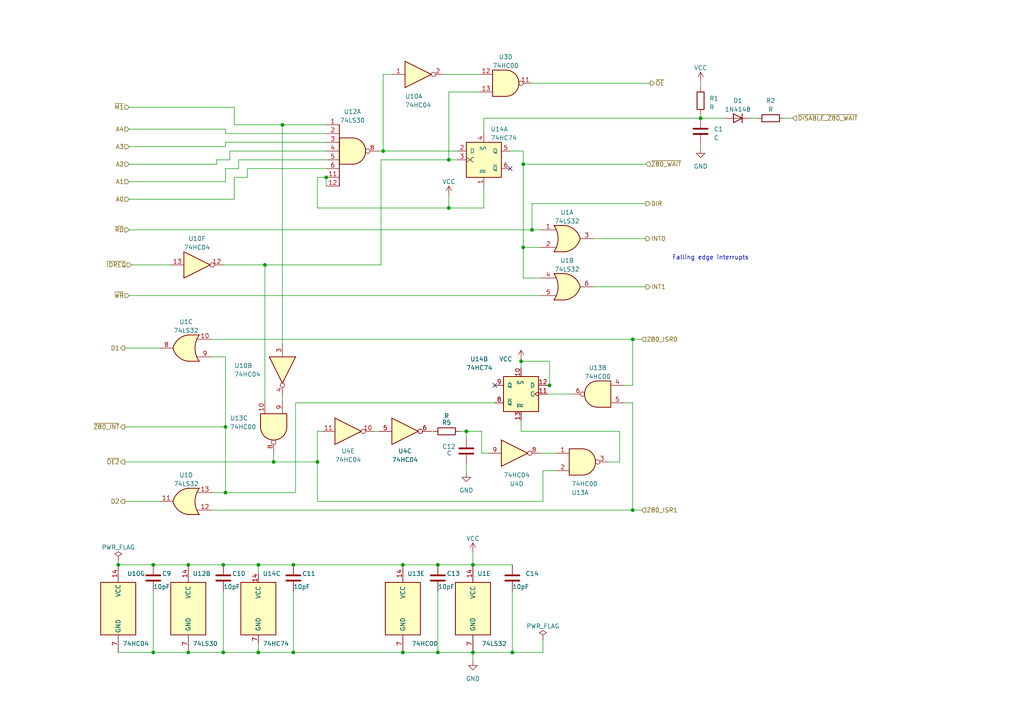
<source format=kicad_sch>
(kicad_sch (version 20231120) (generator "eeschema") (generator_version "8.0")
  (paper "A4")
  (title_block (title "I/O Coprocessor for Z80") (date "2023-07-22") (rev "1.0") (company "Home Computer Group ( fb.com/groups/home.computer)") (comment 1 "https://creativecommons.org/licenses/by-sa/4.0/") (comment 2 "Distributed under the terms of CC BY-SA 4.0") (comment 3 "Property of Eng. Alessio Palma.") (comment 4 "Z80 - ATmega16 Glue logic with support for WAIT state and IM2 interrupts."))
  (lib_symbols
    (symbol "74xx:74HC00" (pin_names (offset 1.016))
      (property "Reference" "U" (at 0 1.27 0))
      (property "Value" "74HC00" (at 0 -1.27 0))
      (symbol "74HC00_1_1"
        (arc (start 0 -3.81) (mid 3.7934 0) (end 0 3.81) (stroke (width 0.254)) (fill (type background)))
        (polyline (pts (xy 0 3.81) (xy -3.81 3.81) (xy -3.81 -3.81) (xy 0 -3.81)) (stroke (width 0.254)) (fill (type background)))
        (pin input line (at -7.62 2.54 0) (length 3.81) (name "~") (number "1"))
        (pin input line (at -7.62 -2.54 0) (length 3.81) (name "~") (number "2"))
        (pin output inverted (at 7.62 0 180) (length 3.81) (name "~") (number "3"))
      )
      (symbol "74HC00_1_2"
        (arc (start -3.81 -3.81) (mid -2.589 0) (end -3.81 3.81) (stroke (width 0.254)))
        (arc (start -0.6096 -3.81) (mid 2.1842 -2.5851) (end 3.81 0) (stroke (width 0.254)) (fill (type background)))
        (polyline (pts (xy -3.81 -3.81) (xy -0.635 -3.81)) (stroke (width 0.254)) (fill (type background)))
        (polyline (pts (xy -3.81 3.81) (xy -0.635 3.81)) (stroke (width 0.254)) (fill (type background)))
        (polyline (pts (xy -0.635 3.81) (xy -3.81 3.81) (xy -3.81 3.81) (xy -3.556 3.4036) (xy -3.0226 2.2606) (xy -2.6924 1.0414) (xy -2.6162 -0.254) (xy -2.7686 -1.4986) (xy -3.175 -2.7178) (xy -3.81 -3.81) (xy -3.81 -3.81) (xy -0.635 -3.81)) (stroke (width -25.4)) (fill (type background)))
        (arc (start 3.81 0) (mid 2.1915 2.5936) (end -0.6096 3.81) (stroke (width 0.254)) (fill (type background)))
        (pin input inverted (at -7.62 2.54 0) (length 4.318) (name "~") (number "1"))
        (pin input inverted (at -7.62 -2.54 0) (length 4.318) (name "~") (number "2"))
        (pin output line (at 7.62 0 180) (length 3.81) (name "~") (number "3"))
      )
      (symbol "74HC00_2_1"
        (arc (start 0 -3.81) (mid 3.7934 0) (end 0 3.81) (stroke (width 0.254)) (fill (type background)))
        (polyline (pts (xy 0 3.81) (xy -3.81 3.81) (xy -3.81 -3.81) (xy 0 -3.81)) (stroke (width 0.254)) (fill (type background)))
        (pin input line (at -7.62 2.54 0) (length 3.81) (name "~") (number "4"))
        (pin input line (at -7.62 -2.54 0) (length 3.81) (name "~") (number "5"))
        (pin output inverted (at 7.62 0 180) (length 3.81) (name "~") (number "6"))
      )
      (symbol "74HC00_2_2"
        (arc (start -3.81 -3.81) (mid -2.589 0) (end -3.81 3.81) (stroke (width 0.254)))
        (arc (start -0.6096 -3.81) (mid 2.1842 -2.5851) (end 3.81 0) (stroke (width 0.254)) (fill (type background)))
        (polyline (pts (xy -3.81 -3.81) (xy -0.635 -3.81)) (stroke (width 0.254)) (fill (type background)))
        (polyline (pts (xy -3.81 3.81) (xy -0.635 3.81)) (stroke (width 0.254)) (fill (type background)))
        (polyline (pts (xy -0.635 3.81) (xy -3.81 3.81) (xy -3.81 3.81) (xy -3.556 3.4036) (xy -3.0226 2.2606) (xy -2.6924 1.0414) (xy -2.6162 -0.254) (xy -2.7686 -1.4986) (xy -3.175 -2.7178) (xy -3.81 -3.81) (xy -3.81 -3.81) (xy -0.635 -3.81)) (stroke (width -25.4)) (fill (type background)))
        (arc (start 3.81 0) (mid 2.1915 2.5936) (end -0.6096 3.81) (stroke (width 0.254)) (fill (type background)))
        (pin input inverted (at -7.62 2.54 0) (length 4.318) (name "~") (number "4"))
        (pin input inverted (at -7.62 -2.54 0) (length 4.318) (name "~") (number "5"))
        (pin output line (at 7.62 0 180) (length 3.81) (name "~") (number "6"))
      )
      (symbol "74HC00_3_1"
        (arc (start 0 -3.81) (mid 3.7934 0) (end 0 3.81) (stroke (width 0.254)) (fill (type background)))
        (polyline (pts (xy 0 3.81) (xy -3.81 3.81) (xy -3.81 -3.81) (xy 0 -3.81)) (stroke (width 0.254)) (fill (type background)))
        (pin input line (at -7.62 -2.54 0) (length 3.81) (name "~") (number "10"))
        (pin output inverted (at 7.62 0 180) (length 3.81) (name "~") (number "8"))
        (pin input line (at -7.62 2.54 0) (length 3.81) (name "~") (number "9"))
      )
      (symbol "74HC00_3_2"
        (arc (start -3.81 -3.81) (mid -2.589 0) (end -3.81 3.81) (stroke (width 0.254)))
        (arc (start -0.6096 -3.81) (mid 2.1842 -2.5851) (end 3.81 0) (stroke (width 0.254)) (fill (type background)))
        (polyline (pts (xy -3.81 -3.81) (xy -0.635 -3.81)) (stroke (width 0.254)) (fill (type background)))
        (polyline (pts (xy -3.81 3.81) (xy -0.635 3.81)) (stroke (width 0.254)) (fill (type background)))
        (polyline (pts (xy -0.635 3.81) (xy -3.81 3.81) (xy -3.81 3.81) (xy -3.556 3.4036) (xy -3.0226 2.2606) (xy -2.6924 1.0414) (xy -2.6162 -0.254) (xy -2.7686 -1.4986) (xy -3.175 -2.7178) (xy -3.81 -3.81) (xy -3.81 -3.81) (xy -0.635 -3.81)) (stroke (width -25.4)) (fill (type background)))
        (arc (start 3.81 0) (mid 2.1915 2.5936) (end -0.6096 3.81) (stroke (width 0.254)) (fill (type background)))
        (pin input inverted (at -7.62 -2.54 0) (length 4.318) (name "~") (number "10"))
        (pin output line (at 7.62 0 180) (length 3.81) (name "~") (number "8"))
        (pin input inverted (at -7.62 2.54 0) (length 4.318) (name "~") (number "9"))
      )
      (symbol "74HC00_4_1"
        (arc (start 0 -3.81) (mid 3.7934 0) (end 0 3.81) (stroke (width 0.254)) (fill (type background)))
        (polyline (pts (xy 0 3.81) (xy -3.81 3.81) (xy -3.81 -3.81) (xy 0 -3.81)) (stroke (width 0.254)) (fill (type background)))
        (pin output inverted (at 7.62 0 180) (length 3.81) (name "~") (number "11"))
        (pin input line (at -7.62 2.54 0) (length 3.81) (name "~") (number "12"))
        (pin input line (at -7.62 -2.54 0) (length 3.81) (name "~") (number "13"))
      )
      (symbol "74HC00_4_2"
        (arc (start -3.81 -3.81) (mid -2.589 0) (end -3.81 3.81) (stroke (width 0.254)))
        (arc (start -0.6096 -3.81) (mid 2.1842 -2.5851) (end 3.81 0) (stroke (width 0.254)) (fill (type background)))
        (polyline (pts (xy -3.81 -3.81) (xy -0.635 -3.81)) (stroke (width 0.254)) (fill (type background)))
        (polyline (pts (xy -3.81 3.81) (xy -0.635 3.81)) (stroke (width 0.254)) (fill (type background)))
        (polyline (pts (xy -0.635 3.81) (xy -3.81 3.81) (xy -3.81 3.81) (xy -3.556 3.4036) (xy -3.0226 2.2606) (xy -2.6924 1.0414) (xy -2.6162 -0.254) (xy -2.7686 -1.4986) (xy -3.175 -2.7178) (xy -3.81 -3.81) (xy -3.81 -3.81) (xy -0.635 -3.81)) (stroke (width -25.4)) (fill (type background)))
        (arc (start 3.81 0) (mid 2.1915 2.5936) (end -0.6096 3.81) (stroke (width 0.254)) (fill (type background)))
        (pin output line (at 7.62 0 180) (length 3.81) (name "~") (number "11"))
        (pin input inverted (at -7.62 2.54 0) (length 4.318) (name "~") (number "12"))
        (pin input inverted (at -7.62 -2.54 0) (length 4.318) (name "~") (number "13"))
      )
      (symbol "74HC00_5_0"
        (pin power_in line (at 0 12.7 270) (length 5.08) (name "VCC") (number "14"))
        (pin power_in line (at 0 -12.7 90) (length 5.08) (name "GND") (number "7"))
      )
      (symbol "74HC00_5_1"
        (rectangle (start -5.08 7.62) (end 5.08 -7.62) (stroke (width 0.254)) (fill (type background)))
      )
    )
    (symbol "74xx:74HC04"
      (property "Reference" "U" (at 0 1.27 0))
      (property "Value" "74HC04" (at 0 -1.27 0))
      (symbol "74HC04_1_0"
        (polyline (pts (xy -3.81 3.81) (xy -3.81 -3.81) (xy 3.81 0) (xy -3.81 3.81)) (stroke (width 0.254)) (fill (type background)))
        (pin input line (at -7.62 0 0) (length 3.81) (name "~") (number "1"))
        (pin output inverted (at 7.62 0 180) (length 3.81) (name "~") (number "2"))
      )
      (symbol "74HC04_2_0"
        (polyline (pts (xy -3.81 3.81) (xy -3.81 -3.81) (xy 3.81 0) (xy -3.81 3.81)) (stroke (width 0.254)) (fill (type background)))
        (pin input line (at -7.62 0 0) (length 3.81) (name "~") (number "3"))
        (pin output inverted (at 7.62 0 180) (length 3.81) (name "~") (number "4"))
      )
      (symbol "74HC04_3_0"
        (polyline (pts (xy -3.81 3.81) (xy -3.81 -3.81) (xy 3.81 0) (xy -3.81 3.81)) (stroke (width 0.254)) (fill (type background)))
        (pin input line (at -7.62 0 0) (length 3.81) (name "~") (number "5"))
        (pin output inverted (at 7.62 0 180) (length 3.81) (name "~") (number "6"))
      )
      (symbol "74HC04_4_0"
        (polyline (pts (xy -3.81 3.81) (xy -3.81 -3.81) (xy 3.81 0) (xy -3.81 3.81)) (stroke (width 0.254)) (fill (type background)))
        (pin output inverted (at 7.62 0 180) (length 3.81) (name "~") (number "8"))
        (pin input line (at -7.62 0 0) (length 3.81) (name "~") (number "9"))
      )
      (symbol "74HC04_5_0"
        (polyline (pts (xy -3.81 3.81) (xy -3.81 -3.81) (xy 3.81 0) (xy -3.81 3.81)) (stroke (width 0.254)) (fill (type background)))
        (pin output inverted (at 7.62 0 180) (length 3.81) (name "~") (number "10"))
        (pin input line (at -7.62 0 0) (length 3.81) (name "~") (number "11"))
      )
      (symbol "74HC04_6_0"
        (polyline (pts (xy -3.81 3.81) (xy -3.81 -3.81) (xy 3.81 0) (xy -3.81 3.81)) (stroke (width 0.254)) (fill (type background)))
        (pin output inverted (at 7.62 0 180) (length 3.81) (name "~") (number "12"))
        (pin input line (at -7.62 0 0) (length 3.81) (name "~") (number "13"))
      )
      (symbol "74HC04_7_0"
        (pin power_in line (at 0 12.7 270) (length 5.08) (name "VCC") (number "14"))
        (pin power_in line (at 0 -12.7 90) (length 5.08) (name "GND") (number "7"))
      )
      (symbol "74HC04_7_1"
        (rectangle (start -5.08 7.62) (end 5.08 -7.62) (stroke (width 0.254)) (fill (type background)))
      )
    )
    (symbol "74xx:74HC74" (pin_names (offset 1.016))
      (property "Reference" "U" (at -7.62 8.89 0))
      (property "Value" "74HC74" (at -7.62 -8.89 0))
      (symbol "74HC74_1_0"
        (pin input line (at 0 -7.62 90) (length 2.54) (name "~{R}") (number "1"))
        (pin input line (at -7.62 2.54 0) (length 2.54) (name "D") (number "2"))
        (pin input clock (at -7.62 0 0) (length 2.54) (name "C") (number "3"))
        (pin input line (at 0 7.62 270) (length 2.54) (name "~{S}") (number "4"))
        (pin output line (at 7.62 2.54 180) (length 2.54) (name "Q") (number "5"))
        (pin output line (at 7.62 -2.54 180) (length 2.54) (name "~{Q}") (number "6"))
      )
      (symbol "74HC74_1_1"
        (rectangle (start -5.08 5.08) (end 5.08 -5.08) (stroke (width 0.254)) (fill (type background)))
      )
      (symbol "74HC74_2_0"
        (pin input line (at 0 7.62 270) (length 2.54) (name "~{S}") (number "10"))
        (pin input clock (at -7.62 0 0) (length 2.54) (name "C") (number "11"))
        (pin input line (at -7.62 2.54 0) (length 2.54) (name "D") (number "12"))
        (pin input line (at 0 -7.62 90) (length 2.54) (name "~{R}") (number "13"))
        (pin output line (at 7.62 -2.54 180) (length 2.54) (name "~{Q}") (number "8"))
        (pin output line (at 7.62 2.54 180) (length 2.54) (name "Q") (number "9"))
      )
      (symbol "74HC74_2_1"
        (rectangle (start -5.08 5.08) (end 5.08 -5.08) (stroke (width 0.254)) (fill (type background)))
      )
      (symbol "74HC74_3_0"
        (pin power_in line (at 0 10.16 270) (length 2.54) (name "VCC") (number "14"))
        (pin power_in line (at 0 -10.16 90) (length 2.54) (name "GND") (number "7"))
      )
      (symbol "74HC74_3_1"
        (rectangle (start -5.08 7.62) (end 5.08 -7.62) (stroke (width 0.254)) (fill (type background)))
      )
    )
    (symbol "74xx:74LS30" (pin_names (offset 1.016))
      (property "Reference" "U" (at 0 1.27 0))
      (property "Value" "74LS30" (at 0 -1.27 0))
      (symbol "74LS30_1_1"
        (arc (start 0 -3.81) (mid 3.7934 0) (end 0 3.81) (stroke (width 0.254)) (fill (type background)))
        (polyline (pts (xy -3.81 7.62) (xy -3.81 -10.16)) (stroke (width 0.254)))
        (polyline (pts (xy 0 3.81) (xy -3.81 3.81) (xy -3.81 -3.81) (xy 0 -3.81)) (stroke (width 0.254)) (fill (type background)))
        (pin input line (at -7.62 7.62 0) (length 3.81) (name "~") (number "1"))
        (pin input line (at -7.62 -7.62 0) (length 3.81) (name "~") (number "11"))
        (pin input line (at -7.62 -10.16 0) (length 3.81) (name "~") (number "12"))
        (pin input line (at -7.62 5.08 0) (length 3.81) (name "~") (number "2"))
        (pin input line (at -7.62 2.54 0) (length 3.81) (name "~") (number "3"))
        (pin input line (at -7.62 0 0) (length 3.81) (name "~") (number "4"))
        (pin input line (at -7.62 -2.54 0) (length 3.81) (name "~") (number "5"))
        (pin input line (at -7.62 -5.08 0) (length 3.81) (name "~") (number "6"))
        (pin output inverted (at 7.62 0 180) (length 3.81) (name "~") (number "8"))
      )
      (symbol "74LS30_1_2"
        (arc (start -3.81 -3.81) (mid -2.589 0) (end -3.81 3.81) (stroke (width 0.254)))
        (arc (start -0.6096 -3.81) (mid 2.1842 -2.5851) (end 3.81 0) (stroke (width 0.254)) (fill (type background)))
        (polyline (pts (xy -3.81 -3.81) (xy -3.81 -10.16)) (stroke (width 0.254)))
        (polyline (pts (xy -3.81 -3.81) (xy -0.635 -3.81)) (stroke (width 0.254)) (fill (type background)))
        (polyline (pts (xy -3.81 3.81) (xy -0.635 3.81)) (stroke (width 0.254)) (fill (type background)))
        (polyline (pts (xy -3.81 7.62) (xy -3.81 3.81)) (stroke (width 0.254)))
        (polyline (pts (xy -0.635 3.81) (xy -3.81 3.81) (xy -3.81 3.81) (xy -3.556 3.4036) (xy -3.0226 2.2606) (xy -2.6924 1.0414) (xy -2.6162 -0.254) (xy -2.7686 -1.4986) (xy -3.175 -2.7178) (xy -3.81 -3.81) (xy -3.81 -3.81) (xy -0.635 -3.81)) (stroke (width -25.4)) (fill (type background)))
        (arc (start 3.81 0) (mid 2.1915 2.5936) (end -0.6096 3.81) (stroke (width 0.254)) (fill (type background)))
        (pin input inverted (at -7.62 7.62 0) (length 3.81) (name "~") (number "1"))
        (pin input inverted (at -7.62 -7.62 0) (length 3.81) (name "~") (number "11"))
        (pin input inverted (at -7.62 -10.16 0) (length 3.81) (name "~") (number "12"))
        (pin input inverted (at -7.62 5.08 0) (length 3.81) (name "~") (number "2"))
        (pin input inverted (at -7.62 2.54 0) (length 4.5466) (name "~") (number "3"))
        (pin input inverted (at -7.62 0 0) (length 5.08) (name "~") (number "4"))
        (pin input inverted (at -7.62 -2.54 0) (length 4.5466) (name "~") (number "5"))
        (pin input inverted (at -7.62 -5.08 0) (length 3.81) (name "~") (number "6"))
        (pin output line (at 7.62 0 180) (length 3.81) (name "~") (number "8"))
      )
      (symbol "74LS30_2_0"
        (pin power_in line (at 0 12.7 270) (length 5.08) (name "VCC") (number "14"))
        (pin power_in line (at 0 -12.7 90) (length 5.08) (name "GND") (number "7"))
      )
      (symbol "74LS30_2_1"
        (rectangle (start -5.08 7.62) (end 5.08 -7.62) (stroke (width 0.254)) (fill (type background)))
      )
    )
    (symbol "74xx:74LS32" (pin_names (offset 1.016))
      (property "Reference" "U" (at 0 1.27 0))
      (property "Value" "74LS32" (at 0 -1.27 0))
      (symbol "74LS32_1_1"
        (arc (start -3.81 -3.81) (mid -2.589 0) (end -3.81 3.81) (stroke (width 0.254)))
        (arc (start -0.6096 -3.81) (mid 2.1842 -2.5851) (end 3.81 0) (stroke (width 0.254)) (fill (type background)))
        (polyline (pts (xy -3.81 -3.81) (xy -0.635 -3.81)) (stroke (width 0.254)) (fill (type background)))
        (polyline (pts (xy -3.81 3.81) (xy -0.635 3.81)) (stroke (width 0.254)) (fill (type background)))
        (polyline (pts (xy -0.635 3.81) (xy -3.81 3.81) (xy -3.81 3.81) (xy -3.556 3.4036) (xy -3.0226 2.2606) (xy -2.6924 1.0414) (xy -2.6162 -0.254) (xy -2.7686 -1.4986) (xy -3.175 -2.7178) (xy -3.81 -3.81) (xy -3.81 -3.81) (xy -0.635 -3.81)) (stroke (width -25.4)) (fill (type background)))
        (arc (start 3.81 0) (mid 2.1915 2.5936) (end -0.6096 3.81) (stroke (width 0.254)) (fill (type background)))
        (pin input line (at -7.62 2.54 0) (length 4.318) (name "~") (number "1"))
        (pin input line (at -7.62 -2.54 0) (length 4.318) (name "~") (number "2"))
        (pin output line (at 7.62 0 180) (length 3.81) (name "~") (number "3"))
      )
      (symbol "74LS32_1_2"
        (arc (start 0 -3.81) (mid 3.7934 0) (end 0 3.81) (stroke (width 0.254)) (fill (type background)))
        (polyline (pts (xy 0 3.81) (xy -3.81 3.81) (xy -3.81 -3.81) (xy 0 -3.81)) (stroke (width 0.254)) (fill (type background)))
        (pin input inverted (at -7.62 2.54 0) (length 3.81) (name "~") (number "1"))
        (pin input inverted (at -7.62 -2.54 0) (length 3.81) (name "~") (number "2"))
        (pin output inverted (at 7.62 0 180) (length 3.81) (name "~") (number "3"))
      )
      (symbol "74LS32_2_1"
        (arc (start -3.81 -3.81) (mid -2.589 0) (end -3.81 3.81) (stroke (width 0.254)))
        (arc (start -0.6096 -3.81) (mid 2.1842 -2.5851) (end 3.81 0) (stroke (width 0.254)) (fill (type background)))
        (polyline (pts (xy -3.81 -3.81) (xy -0.635 -3.81)) (stroke (width 0.254)) (fill (type background)))
        (polyline (pts (xy -3.81 3.81) (xy -0.635 3.81)) (stroke (width 0.254)) (fill (type background)))
        (polyline (pts (xy -0.635 3.81) (xy -3.81 3.81) (xy -3.81 3.81) (xy -3.556 3.4036) (xy -3.0226 2.2606) (xy -2.6924 1.0414) (xy -2.6162 -0.254) (xy -2.7686 -1.4986) (xy -3.175 -2.7178) (xy -3.81 -3.81) (xy -3.81 -3.81) (xy -0.635 -3.81)) (stroke (width -25.4)) (fill (type background)))
        (arc (start 3.81 0) (mid 2.1915 2.5936) (end -0.6096 3.81) (stroke (width 0.254)) (fill (type background)))
        (pin input line (at -7.62 2.54 0) (length 4.318) (name "~") (number "4"))
        (pin input line (at -7.62 -2.54 0) (length 4.318) (name "~") (number "5"))
        (pin output line (at 7.62 0 180) (length 3.81) (name "~") (number "6"))
      )
      (symbol "74LS32_2_2"
        (arc (start 0 -3.81) (mid 3.7934 0) (end 0 3.81) (stroke (width 0.254)) (fill (type background)))
        (polyline (pts (xy 0 3.81) (xy -3.81 3.81) (xy -3.81 -3.81) (xy 0 -3.81)) (stroke (width 0.254)) (fill (type background)))
        (pin input inverted (at -7.62 2.54 0) (length 3.81) (name "~") (number "4"))
        (pin input inverted (at -7.62 -2.54 0) (length 3.81) (name "~") (number "5"))
        (pin output inverted (at 7.62 0 180) (length 3.81) (name "~") (number "6"))
      )
      (symbol "74LS32_3_1"
        (arc (start -3.81 -3.81) (mid -2.589 0) (end -3.81 3.81) (stroke (width 0.254)))
        (arc (start -0.6096 -3.81) (mid 2.1842 -2.5851) (end 3.81 0) (stroke (width 0.254)) (fill (type background)))
        (polyline (pts (xy -3.81 -3.81) (xy -0.635 -3.81)) (stroke (width 0.254)) (fill (type background)))
        (polyline (pts (xy -3.81 3.81) (xy -0.635 3.81)) (stroke (width 0.254)) (fill (type background)))
        (polyline (pts (xy -0.635 3.81) (xy -3.81 3.81) (xy -3.81 3.81) (xy -3.556 3.4036) (xy -3.0226 2.2606) (xy -2.6924 1.0414) (xy -2.6162 -0.254) (xy -2.7686 -1.4986) (xy -3.175 -2.7178) (xy -3.81 -3.81) (xy -3.81 -3.81) (xy -0.635 -3.81)) (stroke (width -25.4)) (fill (type background)))
        (arc (start 3.81 0) (mid 2.1915 2.5936) (end -0.6096 3.81) (stroke (width 0.254)) (fill (type background)))
        (pin input line (at -7.62 -2.54 0) (length 4.318) (name "~") (number "10"))
        (pin output line (at 7.62 0 180) (length 3.81) (name "~") (number "8"))
        (pin input line (at -7.62 2.54 0) (length 4.318) (name "~") (number "9"))
      )
      (symbol "74LS32_3_2"
        (arc (start 0 -3.81) (mid 3.7934 0) (end 0 3.81) (stroke (width 0.254)) (fill (type background)))
        (polyline (pts (xy 0 3.81) (xy -3.81 3.81) (xy -3.81 -3.81) (xy 0 -3.81)) (stroke (width 0.254)) (fill (type background)))
        (pin input inverted (at -7.62 -2.54 0) (length 3.81) (name "~") (number "10"))
        (pin output inverted (at 7.62 0 180) (length 3.81) (name "~") (number "8"))
        (pin input inverted (at -7.62 2.54 0) (length 3.81) (name "~") (number "9"))
      )
      (symbol "74LS32_4_1"
        (arc (start -3.81 -3.81) (mid -2.589 0) (end -3.81 3.81) (stroke (width 0.254)))
        (arc (start -0.6096 -3.81) (mid 2.1842 -2.5851) (end 3.81 0) (stroke (width 0.254)) (fill (type background)))
        (polyline (pts (xy -3.81 -3.81) (xy -0.635 -3.81)) (stroke (width 0.254)) (fill (type background)))
        (polyline (pts (xy -3.81 3.81) (xy -0.635 3.81)) (stroke (width 0.254)) (fill (type background)))
        (polyline (pts (xy -0.635 3.81) (xy -3.81 3.81) (xy -3.81 3.81) (xy -3.556 3.4036) (xy -3.0226 2.2606) (xy -2.6924 1.0414) (xy -2.6162 -0.254) (xy -2.7686 -1.4986) (xy -3.175 -2.7178) (xy -3.81 -3.81) (xy -3.81 -3.81) (xy -0.635 -3.81)) (stroke (width -25.4)) (fill (type background)))
        (arc (start 3.81 0) (mid 2.1915 2.5936) (end -0.6096 3.81) (stroke (width 0.254)) (fill (type background)))
        (pin output line (at 7.62 0 180) (length 3.81) (name "~") (number "11"))
        (pin input line (at -7.62 2.54 0) (length 4.318) (name "~") (number "12"))
        (pin input line (at -7.62 -2.54 0) (length 4.318) (name "~") (number "13"))
      )
      (symbol "74LS32_4_2"
        (arc (start 0 -3.81) (mid 3.7934 0) (end 0 3.81) (stroke (width 0.254)) (fill (type background)))
        (polyline (pts (xy 0 3.81) (xy -3.81 3.81) (xy -3.81 -3.81) (xy 0 -3.81)) (stroke (width 0.254)) (fill (type background)))
        (pin output inverted (at 7.62 0 180) (length 3.81) (name "~") (number "11"))
        (pin input inverted (at -7.62 2.54 0) (length 3.81) (name "~") (number "12"))
        (pin input inverted (at -7.62 -2.54 0) (length 3.81) (name "~") (number "13"))
      )
      (symbol "74LS32_5_0"
        (pin power_in line (at 0 12.7 270) (length 5.08) (name "VCC") (number "14"))
        (pin power_in line (at 0 -12.7 90) (length 5.08) (name "GND") (number "7"))
      )
      (symbol "74LS32_5_1"
        (rectangle (start -5.08 7.62) (end 5.08 -7.62) (stroke (width 0.254)) (fill (type background)))
      )
    )
    (symbol "Device:C" (pin_numbers hide) (pin_names (offset 0.254))
      (property "Reference" "C" (at 0.635 2.54 0))
      (property "Value" "C" (at 0.635 -2.54 0))
      (symbol "C_0_1"
        (polyline (pts (xy -2.032 -0.762) (xy 2.032 -0.762)) (stroke (width 0.508)))
        (polyline (pts (xy -2.032 0.762) (xy 2.032 0.762)) (stroke (width 0.508)))
      )
      (symbol "C_1_1"
        (pin passive line (at 0 3.81 270) (length 2.794) (name "~") (number "1"))
        (pin passive line (at 0 -3.81 90) (length 2.794) (name "~") (number "2"))
      )
    )
    (symbol "Device:R" (pin_numbers hide) (pin_names (offset 0))
      (property "Reference" "R" (at 2.032 0 90))
      (property "Value" "R" (at 0 0 90))
      (symbol "R_0_1"
        (rectangle (start -1.016 -2.54) (end 1.016 2.54) (stroke (width 0.254)))
      )
      (symbol "R_1_1"
        (pin passive line (at 0 3.81 270) (length 1.27) (name "~") (number "1"))
        (pin passive line (at 0 -3.81 90) (length 1.27) (name "~") (number "2"))
      )
    )
    (symbol "Diode:1N4148" (pin_numbers hide) (pin_names hide)
      (property "Reference" "D" (at 0 2.54 0))
      (property "Value" "1N4148" (at 0 -2.54 0))
      (symbol "1N4148_0_1"
        (polyline (pts (xy -1.27 1.27) (xy -1.27 -1.27)) (stroke (width 0.254)))
        (polyline (pts (xy 1.27 0) (xy -1.27 0)))
        (polyline (pts (xy 1.27 1.27) (xy 1.27 -1.27) (xy -1.27 0) (xy 1.27 1.27)) (stroke (width 0.254)))
      )
      (symbol "1N4148_1_1"
        (pin passive line (at -3.81 0 0) (length 2.54) (name "K") (number "1"))
        (pin passive line (at 3.81 0 180) (length 2.54) (name "A") (number "2"))
      )
    )
    (symbol "power:GND" (power) (pin_names (offset 0))
      (property "Value" "GND" (at 0 -3.81 0))
      (symbol "GND_0_1"
        (polyline (pts (xy 0 0) (xy 0 -1.27) (xy 1.27 -1.27) (xy 0 -2.54) (xy -1.27 -1.27) (xy 0 -1.27)))
      )
      (symbol "GND_1_1"
        (pin power_in line (at 0 0 270) (length 0) hide (name "GND") (number "1"))
      )
    )
    (symbol "power:PWR_FLAG" (power) (pin_numbers hide) (pin_names (offset 0) hide)
      (property "Value" "PWR_FLAG" (at 0 3.81 0))
      (symbol "PWR_FLAG_0_0"
        (pin power_out line (at 0 0 90) (length 0) (name "pwr") (number "1"))
      )
      (symbol "PWR_FLAG_0_1"
        (polyline (pts (xy 0 0) (xy 0 1.27) (xy -1.016 1.905) (xy 0 2.54) (xy 1.016 1.905) (xy 0 1.27)))
      )
    )
    (symbol "power:VCC" (power) (pin_names (offset 0))
      (property "Value" "VCC" (at 0 3.81 0))
      (symbol "VCC_0_1"
        (polyline (pts (xy -0.762 1.27) (xy 0 2.54)))
        (polyline (pts (xy 0 0) (xy 0 2.54)))
        (polyline (pts (xy 0 2.54) (xy 0.762 1.27)))
      )
      (symbol "VCC_1_1"
        (pin power_in line (at 0 0 90) (length 0) hide (name "VCC") (number "1"))
      )
    )
  )
  (junction (at 127 163.83))
  (junction (at 74.93 163.83))
  (junction (at 183.515 98.425))
  (junction (at 54.61 189.23))
  (junction (at 203.2 34.29))
  (junction (at 44.45 189.23))
  (junction (at 64.77 163.83))
  (junction (at 135.255 125.095))
  (junction (at 85.09 189.23))
  (junction (at 79.375 133.985))
  (junction (at 183.515 147.955))
  (junction (at 159.385 111.76))
  (junction (at 65.405 123.825))
  (junction (at 65.405 142.875))
  (junction (at 34.29 163.83))
  (junction (at 151.765 71.755))
  (junction (at 137.16 189.23))
  (junction (at 127 189.23))
  (junction (at 130.175 60.325))
  (junction (at 81.915 36.195))
  (junction (at 64.77 189.23))
  (junction (at 44.45 163.83))
  (junction (at 151.13 104.775))
  (junction (at 92.075 133.985))
  (junction (at 116.84 189.23))
  (junction (at 111.125 43.815))
  (junction (at 85.09 163.83))
  (junction (at 130.175 46.355))
  (junction (at 151.765 47.625))
  (junction (at 116.84 163.83))
  (junction (at 154.305 66.675))
  (junction (at 148.59 189.23))
  (junction (at 94.615 51.435))
  (junction (at 74.93 189.23))
  (junction (at 54.61 163.83))
  (junction (at 137.16 163.83))
  (junction (at 76.835 76.835))
  (no_connect (at 147.955 48.895))
  (no_connect (at 143.51 111.76))
  (wire (pts (xy 74.93 163.83) (xy 85.09 163.83)))
  (wire (pts (xy 92.075 133.985) (xy 92.075 145.415)))
  (wire (pts (xy 37.465 42.545) (xy 65.405 42.545)))
  (wire (pts (xy 65.405 123.825) (xy 65.405 142.875)))
  (wire (pts (xy 140.335 60.325) (xy 140.335 53.975)))
  (wire (pts (xy 217.805 34.29) (xy 219.71 34.29)))
  (wire (pts (xy 137.16 189.23) (xy 137.16 191.77)))
  (wire (pts (xy 127 163.83) (xy 137.16 163.83)))
  (wire (pts (xy 157.48 189.23) (xy 148.59 189.23)))
  (wire (pts (xy 151.765 80.645) (xy 156.845 80.645)))
  (wire (pts (xy 81.915 36.195) (xy 81.915 99.695)))
  (wire (pts (xy 130.175 46.355) (xy 110.49 46.355)))
  (wire (pts (xy 127 189.23) (xy 137.16 189.23)))
  (wire (pts (xy 108.585 125.095) (xy 109.855 125.095)))
  (wire (pts (xy 110.49 76.835) (xy 76.835 76.835)))
  (wire (pts (xy 148.59 171.45) (xy 148.59 189.23)))
  (wire (pts (xy 64.77 76.835) (xy 76.835 76.835)))
  (wire (pts (xy 93.345 125.095) (xy 92.075 125.095)))
  (wire (pts (xy 85.725 116.84) (xy 85.725 142.875)))
  (wire (pts (xy 151.13 104.775) (xy 151.13 106.68)))
  (wire (pts (xy 227.33 34.29) (xy 229.87 34.29)))
  (wire (pts (xy 81.915 114.935) (xy 81.915 116.205)))
  (wire (pts (xy 54.61 163.83) (xy 64.77 163.83)))
  (wire (pts (xy 34.29 189.23) (xy 44.45 189.23)))
  (wire (pts (xy 116.84 189.23) (xy 127 189.23)))
  (wire (pts (xy 37.465 85.725) (xy 156.845 85.725)))
  (wire (pts (xy 156.845 71.755) (xy 151.765 71.755)))
  (wire (pts (xy 65.405 103.505) (xy 65.405 123.825)))
  (wire (pts (xy 203.2 34.29) (xy 210.185 34.29)))
  (wire (pts (xy 69.215 46.355) (xy 69.215 48.895)))
  (wire (pts (xy 65.405 37.465) (xy 65.405 38.735)))
  (wire (pts (xy 180.975 116.84) (xy 183.515 116.84)))
  (wire (pts (xy 74.93 189.23) (xy 85.09 189.23)))
  (wire (pts (xy 139.7 125.095) (xy 139.7 131.445)))
  (wire (pts (xy 130.175 60.325) (xy 140.335 60.325)))
  (wire (pts (xy 151.765 43.815) (xy 151.765 47.625)))
  (wire (pts (xy 203.2 33.02) (xy 203.2 34.29)))
  (wire (pts (xy 172.085 69.215) (xy 187.325 69.215)))
  (wire (pts (xy 37.465 47.625) (xy 62.865 47.625)))
  (wire (pts (xy 116.84 163.83) (xy 127 163.83)))
  (wire (pts (xy 64.77 163.83) (xy 74.93 163.83)))
  (wire (pts (xy 94.615 51.435) (xy 92.075 51.435)))
  (wire (pts (xy 85.725 116.84) (xy 143.51 116.84)))
  (wire (pts (xy 137.16 163.83) (xy 148.59 163.83)))
  (wire (pts (xy 154.305 66.675) (xy 156.845 66.675)))
  (wire (pts (xy 157.48 136.525) (xy 157.48 145.415)))
  (wire (pts (xy 65.405 38.735) (xy 94.615 38.735)))
  (wire (pts (xy 140.335 34.29) (xy 140.335 38.735)))
  (wire (pts (xy 34.29 162.56) (xy 34.29 163.83)))
  (wire (pts (xy 172.085 83.185) (xy 187.325 83.185)))
  (wire (pts (xy 111.125 43.815) (xy 132.715 43.815)))
  (wire (pts (xy 37.465 66.675) (xy 154.305 66.675)))
  (wire (pts (xy 37.465 57.785) (xy 67.945 57.785)))
  (wire (pts (xy 44.45 189.23) (xy 54.61 189.23)))
  (wire (pts (xy 76.835 76.835) (xy 76.835 116.205)))
  (wire (pts (xy 71.755 48.895) (xy 71.755 51.435)))
  (wire (pts (xy 92.075 60.325) (xy 130.175 60.325)))
  (wire (pts (xy 61.595 98.425) (xy 183.515 98.425)))
  (wire (pts (xy 183.515 98.425) (xy 183.515 111.76)))
  (wire (pts (xy 110.49 46.355) (xy 110.49 76.835)))
  (wire (pts (xy 147.955 43.815) (xy 151.765 43.815)))
  (wire (pts (xy 140.335 34.29) (xy 203.2 34.29)))
  (wire (pts (xy 159.385 111.76) (xy 158.75 111.76)))
  (wire (pts (xy 65.405 142.875) (xy 61.595 142.875)))
  (wire (pts (xy 67.945 31.115) (xy 67.945 36.195)))
  (wire (pts (xy 130.175 56.515) (xy 130.175 60.325)))
  (wire (pts (xy 151.13 104.775) (xy 159.385 104.775)))
  (wire (pts (xy 156.845 131.445) (xy 161.29 131.445)))
  (wire (pts (xy 94.615 41.275) (xy 65.405 41.275)))
  (wire (pts (xy 79.375 133.985) (xy 79.375 131.445)))
  (wire (pts (xy 151.13 125.095) (xy 179.705 125.095)))
  (wire (pts (xy 85.09 189.23) (xy 116.84 189.23)))
  (wire (pts (xy 154.305 59.055) (xy 154.305 66.675)))
  (wire (pts (xy 109.855 43.815) (xy 111.125 43.815)))
  (wire (pts (xy 61.595 147.955) (xy 183.515 147.955)))
  (wire (pts (xy 38.1 76.835) (xy 49.53 76.835)))
  (wire (pts (xy 65.405 41.275) (xy 65.405 42.545)))
  (wire (pts (xy 81.915 36.195) (xy 94.615 36.195)))
  (wire (pts (xy 74.93 163.83) (xy 74.93 166.37)))
  (wire (pts (xy 135.255 125.095) (xy 139.7 125.095)))
  (wire (pts (xy 62.865 47.625) (xy 62.865 46.355)))
  (wire (pts (xy 44.45 171.45) (xy 44.45 189.23)))
  (wire (pts (xy 94.615 51.435) (xy 94.615 53.975)))
  (wire (pts (xy 61.595 103.505) (xy 65.405 103.505)))
  (wire (pts (xy 203.2 41.91) (xy 203.2 43.18)))
  (wire (pts (xy 148.59 189.23) (xy 137.16 189.23)))
  (wire (pts (xy 157.48 185.42) (xy 157.48 189.23)))
  (wire (pts (xy 135.255 125.095) (xy 135.255 127)))
  (wire (pts (xy 94.615 46.355) (xy 69.215 46.355)))
  (wire (pts (xy 34.29 163.83) (xy 44.45 163.83)))
  (wire (pts (xy 94.615 48.895) (xy 71.755 48.895)))
  (wire (pts (xy 54.61 189.23) (xy 64.77 189.23)))
  (wire (pts (xy 154.305 59.055) (xy 187.325 59.055)))
  (wire (pts (xy 67.945 36.195) (xy 81.915 36.195)))
  (wire (pts (xy 64.77 171.45) (xy 64.77 189.23)))
  (wire (pts (xy 157.48 145.415) (xy 92.075 145.415)))
  (wire (pts (xy 36.195 145.415) (xy 46.355 145.415)))
  (wire (pts (xy 66.675 46.355) (xy 62.865 46.355)))
  (wire (pts (xy 69.215 48.895) (xy 65.405 48.895)))
  (wire (pts (xy 36.195 123.825) (xy 65.405 123.825)))
  (wire (pts (xy 151.765 47.625) (xy 187.325 47.625)))
  (wire (pts (xy 85.725 142.875) (xy 65.405 142.875)))
  (wire (pts (xy 161.29 136.525) (xy 157.48 136.525)))
  (wire (pts (xy 130.175 26.67) (xy 130.175 46.355)))
  (wire (pts (xy 159.385 104.775) (xy 159.385 111.76)))
  (wire (pts (xy 158.75 114.3) (xy 165.735 114.3)))
  (wire (pts (xy 111.125 21.59) (xy 113.665 21.59)))
  (wire (pts (xy 85.09 171.45) (xy 85.09 189.23)))
  (wire (pts (xy 151.765 71.755) (xy 151.765 80.645)))
  (wire (pts (xy 179.705 133.985) (xy 176.53 133.985)))
  (wire (pts (xy 64.77 189.23) (xy 74.93 189.23)))
  (wire (pts (xy 183.515 147.955) (xy 186.055 147.955)))
  (wire (pts (xy 139.7 131.445) (xy 141.605 131.445)))
  (wire (pts (xy 183.515 98.425) (xy 186.055 98.425)))
  (wire (pts (xy 151.765 47.625) (xy 151.765 71.755)))
  (wire (pts (xy 125.095 125.095) (xy 125.73 125.095)))
  (wire (pts (xy 132.715 46.355) (xy 130.175 46.355)))
  (wire (pts (xy 151.13 121.92) (xy 151.13 125.095)))
  (wire (pts (xy 133.35 125.095) (xy 135.255 125.095)))
  (wire (pts (xy 127 171.45) (xy 127 189.23)))
  (wire (pts (xy 92.075 51.435) (xy 92.075 60.325)))
  (wire (pts (xy 65.405 52.705) (xy 65.405 48.895)))
  (wire (pts (xy 44.45 163.83) (xy 54.61 163.83)))
  (wire (pts (xy 67.945 57.785) (xy 67.945 51.435)))
  (wire (pts (xy 37.465 37.465) (xy 65.405 37.465)))
  (wire (pts (xy 111.125 21.59) (xy 111.125 43.815)))
  (wire (pts (xy 183.515 116.84) (xy 183.515 147.955)))
  (wire (pts (xy 137.16 160.02) (xy 137.16 163.83)))
  (wire (pts (xy 66.675 43.815) (xy 66.675 46.355)))
  (wire (pts (xy 37.465 31.115) (xy 67.945 31.115)))
  (wire (pts (xy 139.065 26.67) (xy 130.175 26.67)))
  (wire (pts (xy 128.905 21.59) (xy 139.065 21.59)))
  (wire (pts (xy 92.075 125.095) (xy 92.075 133.985)))
  (wire (pts (xy 154.305 24.13) (xy 188.595 24.13)))
  (wire (pts (xy 37.465 52.705) (xy 65.405 52.705)))
  (wire (pts (xy 179.705 125.095) (xy 179.705 133.985)))
  (wire (pts (xy 203.2 23.495) (xy 203.2 25.4)))
  (wire (pts (xy 36.195 100.965) (xy 46.355 100.965)))
  (wire (pts (xy 180.975 111.76) (xy 183.515 111.76)))
  (wire (pts (xy 85.09 163.83) (xy 116.84 163.83)))
  (wire (pts (xy 74.93 186.69) (xy 74.93 189.23)))
  (wire (pts (xy 151.13 104.14) (xy 151.13 104.775)))
  (wire (pts (xy 159.385 111.76) (xy 159.385 112.395)))
  (wire (pts (xy 79.375 133.985) (xy 92.075 133.985)))
  (wire (pts (xy 36.195 133.985) (xy 79.375 133.985)))
  (wire (pts (xy 67.945 51.435) (xy 71.755 51.435)))
  (wire (pts (xy 94.615 43.815) (xy 66.675 43.815)))
  (wire (pts (xy 135.255 134.62) (xy 135.255 137.16)))
  (text "Falling edge interrupts" (at 194.945 75.565 0) (effects (font (size 1.27 1.27)) (justify left bottom)))
  (hierarchical_label "~{OE}" (shape output) (at 188.595 24.13 0))
  (hierarchical_label "DIR" (shape output) (at 187.325 59.055 0))
  (hierarchical_label "~{IOREQ}" (shape input) (at 38.1 76.835 180))
  (hierarchical_label "~{Z80_WAIT}" (shape input) (at 187.325 47.625 0))
  (hierarchical_label "INT0" (shape output) (at 187.325 69.215 0))
  (hierarchical_label "A4" (shape input) (at 37.465 37.465 180))
  (hierarchical_label "~{Z80_INT}" (shape output) (at 36.195 123.825 180))
  (hierarchical_label "A0" (shape input) (at 37.465 57.785 180))
  (hierarchical_label "~{RD}" (shape input) (at 37.465 66.675 180))
  (hierarchical_label "~{DISABLE_Z80_WAIT}" (shape input) (at 229.87 34.29 0))
  (hierarchical_label "Z80_ISR0" (shape input) (at 186.055 98.425 0))
  (hierarchical_label "INT1" (shape output) (at 187.325 83.185 0))
  (hierarchical_label "~{WR}" (shape input) (at 37.465 85.725 180))
  (hierarchical_label "A1" (shape input) (at 37.465 52.705 180))
  (hierarchical_label "D1" (shape output) (at 36.195 100.965 180))
  (hierarchical_label "A2" (shape input) (at 37.465 47.625 180))
  (hierarchical_label "~{OE2}" (shape output) (at 36.195 133.985 180))
  (hierarchical_label "Z80_ISR1" (shape input) (at 186.055 147.955 0))
  (hierarchical_label "D2" (shape output) (at 36.195 145.415 180))
  (hierarchical_label "~{M1}" (shape input) (at 37.465 31.115 180))
  (hierarchical_label "A3" (shape input) (at 37.465 42.545 180))
  (symbol (lib_id "74xx:74HC00") (at 79.375 123.825 270) (unit 3)
    (property "Reference" "U13" (at 66.675 121.285 90) (effects (justify left)))
    (property "Value" "74HC00" (at 66.675 123.825 90) (effects (justify left)))
    (property "Footprint" "Package_DIP:DIP-14_W7.62mm_LongPads" (effects (hide yes)))
    (property "Datasheet" "http://www.ti.com/lit/gpn/sn74hc00" (effects (hide yes)))
  )
  (symbol (lib_id "74xx:74HC74") (at 151.13 114.3 0) (mirror y) (unit 2)
    (property "Reference" "U14" (at 141.605 104.14 0) (effects (justify left)))
    (property "Value" "74HC74" (at 142.875 106.68 0) (effects (justify left)))
    (property "Footprint" "Package_DIP:DIP-14_W7.62mm_LongPads" (effects (hide yes)))
    (property "Datasheet" "74xx/74hc_hct74.pdf" (effects (hide yes)))
  )
  (symbol (lib_id "74xx:74HC00") (at 173.355 114.3 0) (mirror y) (unit 2)
    (property "Reference" "U13" (at 173.3633 106.68 0))
    (property "Value" "74HC00" (at 173.3633 109.22 0))
    (property "Footprint" "Package_DIP:DIP-14_W7.62mm_LongPads" (effects (hide yes)))
    (property "Datasheet" "http://www.ti.com/lit/gpn/sn74hc00" (effects (hide yes)))
  )
  (symbol (lib_id "74xx:74HC74") (at 74.93 176.53 0) (unit 3)
    (property "Reference" "U14" (at 76.2 166.37 0) (effects (justify left)))
    (property "Value" "74HC74" (at 76.2 186.69 0) (effects (justify left)))
    (property "Footprint" "Package_DIP:DIP-14_W7.62mm_LongPads" (effects (hide yes)))
    (property "Datasheet" "74xx/74hc_hct74.pdf" (effects (hide yes)))
  )
  (symbol (lib_id "74xx:74LS30") (at 54.61 176.53 0) (unit 2)
    (property "Reference" "U12" (at 55.88 166.37 0) (effects (justify left)))
    (property "Value" "74LS30" (at 55.88 186.69 0) (effects (justify left)))
    (property "Footprint" "Package_DIP:DIP-14_W7.62mm_LongPads" (effects (hide yes)))
    (property "Datasheet" "http://www.ti.com/lit/gpn/sn74LS30" (effects (hide yes)))
  )
  (symbol (lib_id "power:VCC") (at 151.13 104.14 0) (unit 1)
    (property "Reference" "#PWR08" (effects (hide yes)))
    (property "Value" "VCC" (at 146.685 104.14 0))
  )
  (symbol (lib_id "power:GND") (at 203.2 43.18 0) (unit 1)
    (property "Reference" "#PWR01" (effects (hide yes)))
    (property "Value" "GND" (at 203.2 48.26 0))
  )
  (symbol (lib_id "74xx:74HC04") (at 117.475 125.095 0) (unit 3)
    (property "Reference" "U4" (at 117.475 130.81 0))
    (property "Value" "74HC04" (at 117.475 133.35 0))
    (property "Footprint" "Package_DIP:DIP-14_W7.62mm_LongPads" (effects (hide yes)))
    (property "Datasheet" "https://assets.nexperia.com/documents/data-sheet/74HC_HCT04.pdf" (effects (hide yes)))
  )
  (symbol (lib_id "74xx:74HC00") (at 146.685 24.13 0) (unit 4)
    (property "Reference" "U3" (at 146.6767 16.51 0))
    (property "Value" "74HC00" (at 146.6767 19.05 0))
    (property "Footprint" "Package_DIP:DIP-14_W7.62mm_LongPads" (effects (hide yes)))
    (property "Datasheet" "http://www.ti.com/lit/gpn/sn74hc00" (effects (hide yes)))
  )
  (symbol (lib_id "Device:C") (at 148.59 167.64 0) (unit 1)
    (property "Reference" "C14" (at 152.4 166.37 0) (effects (justify left)))
    (property "Value" "10pF" (at 148.59 170.18 0) (effects (justify left)))
    (property "Footprint" "Capacitor_THT:C_Disc_D4.3mm_W1.9mm_P5.00mm" (effects (hide yes)))
  )
  (symbol (lib_id "power:PWR_FLAG") (at 157.48 185.42 0) (unit 1)
    (property "Reference" "#FLG02" (effects (hide yes)))
    (property "Value" "PWR_FLAG" (at 157.48 181.61 0))
  )
  (symbol (lib_id "Device:C") (at 127 167.64 0) (unit 1)
    (property "Reference" "C13" (at 129.54 166.37 0) (effects (justify left)))
    (property "Value" "10pF" (at 127 170.18 0) (effects (justify left)))
    (property "Footprint" "Capacitor_THT:C_Disc_D4.3mm_W1.9mm_P5.00mm" (effects (hide yes)))
  )
  (symbol (lib_id "power:PWR_FLAG") (at 34.29 162.56 0) (unit 1)
    (property "Reference" "#FLG01" (effects (hide yes)))
    (property "Value" "PWR_FLAG" (at 34.29 158.75 0))
  )
  (symbol (lib_id "74xx:74HC00") (at 168.91 133.985 0) (unit 1)
    (property "Reference" "U13" (at 165.735 142.875 0) (effects (justify left)))
    (property "Value" "74HC00" (at 165.735 140.335 0) (effects (justify left)))
    (property "Footprint" "Package_DIP:DIP-14_W7.62mm_LongPads" (effects (hide yes)))
    (property "Datasheet" "http://www.ti.com/lit/gpn/sn74hc00" (effects (hide yes)))
  )
  (symbol (lib_id "74xx:74LS32") (at 53.975 145.415 180) (unit 4)
    (property "Reference" "U1" (at 53.975 137.795 0))
    (property "Value" "74LS32" (at 53.975 140.335 0))
    (property "Footprint" "Package_DIP:DIP-14_W7.62mm_LongPads" (effects (hide yes)))
    (property "Datasheet" "http://www.ti.com/lit/gpn/sn74LS32" (effects (hide yes)))
  )
  (symbol (lib_id "74xx:74HC04") (at 100.965 125.095 0) (unit 5)
    (property "Reference" "U4" (at 100.965 130.81 0))
    (property "Value" "74HC04" (at 100.965 133.35 0))
    (property "Footprint" "Package_DIP:DIP-14_W7.62mm_LongPads" (effects (hide yes)))
    (property "Datasheet" "https://assets.nexperia.com/documents/data-sheet/74HC_HCT04.pdf" (effects (hide yes)))
  )
  (symbol (lib_id "Device:R") (at 223.52 34.29 90) (unit 1)
    (property "Reference" "R2" (at 223.52 29.21 90))
    (property "Value" "R" (at 223.52 31.75 90))
    (property "Footprint" "Resistor_THT:R_Axial_DIN0204_L3.6mm_D1.6mm_P7.62mm_Horizontal" (effects (hide yes)))
  )
  (symbol (lib_id "74xx:74HC74") (at 140.335 46.355 0) (unit 1)
    (property "Reference" "U14" (at 142.2909 37.465 0) (effects (justify left)))
    (property "Value" "74HC74" (at 142.2909 40.005 0) (effects (justify left)))
    (property "Footprint" "Package_DIP:DIP-14_W7.62mm_LongPads" (effects (hide yes)))
    (property "Datasheet" "74xx/74hc_hct74.pdf" (effects (hide yes)))
  )
  (symbol (lib_id "74xx:74LS32") (at 53.975 100.965 180) (unit 3)
    (property "Reference" "U1" (at 53.975 93.345 0))
    (property "Value" "74LS32" (at 53.975 95.885 0))
    (property "Footprint" "Package_DIP:DIP-14_W7.62mm_LongPads" (effects (hide yes)))
    (property "Datasheet" "http://www.ti.com/lit/gpn/sn74LS32" (effects (hide yes)))
  )
  (symbol (lib_id "74xx:74HC00") (at 116.84 176.53 0) (unit 5)
    (property "Reference" "U13" (at 118.11 166.37 0) (effects (justify left)))
    (property "Value" "74HC00" (at 119.38 186.69 0) (effects (justify left)))
    (property "Footprint" "Package_DIP:DIP-14_W7.62mm_LongPads" (effects (hide yes)))
    (property "Datasheet" "http://www.ti.com/lit/gpn/sn74hc00" (effects (hide yes)))
  )
  (symbol (lib_id "power:VCC") (at 203.2 23.495 0) (unit 1)
    (property "Reference" "#PWR02" (effects (hide yes)))
    (property "Value" "VCC" (at 203.2 19.685 0))
  )
  (symbol (lib_id "power:GND") (at 135.255 137.16 0) (unit 1)
    (property "Reference" "#PWR09" (effects (hide yes)))
    (property "Value" "GND" (at 135.255 142.24 0))
  )
  (symbol (lib_id "Device:C") (at 85.09 167.64 0) (unit 1)
    (property "Reference" "C11" (at 87.63 166.37 0) (effects (justify left)))
    (property "Value" "10pF" (at 85.09 170.18 0) (effects (justify left)))
    (property "Footprint" "Capacitor_THT:C_Disc_D4.3mm_W1.9mm_P5.00mm" (effects (hide yes)))
  )
  (symbol (lib_id "74xx:74LS32") (at 164.465 69.215 0) (unit 1)
    (property "Reference" "U1" (at 164.465 61.595 0))
    (property "Value" "74LS32" (at 164.465 64.135 0))
    (property "Footprint" "Package_DIP:DIP-14_W7.62mm_LongPads" (effects (hide yes)))
    (property "Datasheet" "http://www.ti.com/lit/gpn/sn74LS32" (effects (hide yes)))
  )
  (symbol (lib_id "Device:C") (at 135.255 130.81 0) (unit 1)
    (property "Reference" "C12" (at 128.27 129.54 0) (effects (justify left)))
    (property "Value" "C" (at 129.54 131.445 0) (effects (justify left)))
    (property "Footprint" "Capacitor_THT:C_Disc_D3.4mm_W2.1mm_P2.50mm" (effects (hide yes)))
  )
  (symbol (lib_id "Diode:1N4148") (at 213.995 34.29 0) (mirror y) (unit 1)
    (property "Reference" "D1" (at 213.995 29.21 0))
    (property "Value" "1N4148" (at 213.995 31.75 0))
    (property "Footprint" "Diode_THT:D_DO-35_SOD27_P7.62mm_Horizontal" (effects (hide yes)))
    (property "Datasheet" "https://assets.nexperia.com/documents/data-sheet/1N4148_1N4448.pdf" (effects (hide yes)))
    (property "Sim.Device" "D" (effects (hide yes)))
    (property "Sim.Pins" "1=K 2=A" (effects (hide yes)))
  )
  (symbol (lib_id "Device:C") (at 64.77 167.64 0) (unit 1)
    (property "Reference" "C10" (at 67.31 166.37 0) (effects (justify left)))
    (property "Value" "10pF" (at 64.77 170.18 0) (effects (justify left)))
    (property "Footprint" "Capacitor_THT:C_Disc_D4.3mm_W1.9mm_P5.00mm" (effects (hide yes)))
  )
  (symbol (lib_id "74xx:74HC04") (at 57.15 76.835 0) (unit 6)
    (property "Reference" "U10" (at 57.15 69.215 0))
    (property "Value" "74HC04" (at 57.15 71.755 0))
    (property "Footprint" "Package_DIP:DIP-14_W7.62mm_LongPads" (effects (hide yes)))
    (property "Datasheet" "https://assets.nexperia.com/documents/data-sheet/74HC_HCT04.pdf" (effects (hide yes)))
  )
  (symbol (lib_id "74xx:74HC04") (at 121.285 21.59 0) (unit 1)
    (property "Reference" "U10" (at 120.015 27.94 0))
    (property "Value" "74HC04" (at 121.285 30.48 0))
    (property "Footprint" "Package_DIP:DIP-14_W7.62mm_LongPads" (effects (hide yes)))
    (property "Datasheet" "https://assets.nexperia.com/documents/data-sheet/74HC_HCT04.pdf" (effects (hide yes)))
  )
  (symbol (lib_id "74xx:74LS32") (at 164.465 83.185 0) (unit 2)
    (property "Reference" "U1" (at 164.465 75.565 0))
    (property "Value" "74LS32" (at 164.465 78.105 0))
    (property "Footprint" "Package_DIP:DIP-14_W7.62mm_LongPads" (effects (hide yes)))
    (property "Datasheet" "http://www.ti.com/lit/gpn/sn74LS32" (effects (hide yes)))
  )
  (symbol (lib_id "Device:C") (at 44.45 167.64 0) (unit 1)
    (property "Reference" "C9" (at 46.99 166.37 0) (effects (justify left)))
    (property "Value" "10pF" (at 44.45 170.18 0) (effects (justify left)))
    (property "Footprint" "Capacitor_THT:C_Disc_D4.3mm_W1.9mm_P5.00mm" (effects (hide yes)))
  )
  (symbol (lib_id "power:VCC") (at 130.175 56.515 0) (unit 1)
    (property "Reference" "#PWR04" (effects (hide yes)))
    (property "Value" "VCC" (at 130.175 52.705 0))
  )
  (symbol (lib_id "power:GND") (at 137.16 191.77 0) (unit 1)
    (property "Reference" "#PWR012" (effects (hide yes)))
    (property "Value" "GND" (at 137.16 196.85 0))
  )
  (symbol (lib_id "74xx:74LS30") (at 102.235 43.815 0) (unit 1)
    (property "Reference" "U12" (at 102.2267 32.385 0))
    (property "Value" "74LS30" (at 102.2267 34.925 0))
    (property "Footprint" "Package_DIP:DIP-14_W7.62mm_LongPads" (effects (hide yes)))
    (property "Datasheet" "http://www.ti.com/lit/gpn/sn74LS30" (effects (hide yes)))
  )
  (symbol (lib_id "74xx:74LS32") (at 137.16 176.53 0) (unit 5)
    (property "Reference" "U1" (at 138.43 166.37 0) (effects (justify left)))
    (property "Value" "74LS32" (at 139.7 186.69 0) (effects (justify left)))
    (property "Footprint" "Package_DIP:DIP-14_W7.62mm_LongPads" (effects (hide yes)))
    (property "Datasheet" "http://www.ti.com/lit/gpn/sn74LS32" (effects (hide yes)))
  )
  (symbol (lib_id "74xx:74HC04") (at 34.29 176.53 0) (unit 7)
    (property "Reference" "U10" (at 36.83 166.37 0) (effects (justify left)))
    (property "Value" "74HC04" (at 35.56 186.69 0) (effects (justify left)))
    (property "Footprint" "Package_DIP:DIP-14_W7.62mm_LongPads" (effects (hide yes)))
    (property "Datasheet" "https://assets.nexperia.com/documents/data-sheet/74HC_HCT04.pdf" (effects (hide yes)))
  )
  (symbol (lib_id "74xx:74HC04") (at 149.225 131.445 0) (unit 4)
    (property "Reference" "U4" (at 149.86 140.335 0))
    (property "Value" "74HC04" (at 149.86 137.795 0))
    (property "Footprint" "Package_DIP:DIP-14_W7.62mm_LongPads" (effects (hide yes)))
    (property "Datasheet" "https://assets.nexperia.com/documents/data-sheet/74HC_HCT04.pdf" (effects (hide yes)))
  )
  (symbol (lib_id "power:VCC") (at 137.16 160.02 0) (unit 1)
    (property "Reference" "#PWR011" (effects (hide yes)))
    (property "Value" "VCC" (at 137.16 156.21 0))
  )
  (symbol (lib_id "Device:R") (at 203.2 29.21 180) (unit 1)
    (property "Reference" "R1" (at 205.74 28.575 0) (effects (justify right)))
    (property "Value" "R" (at 205.74 31.115 0) (effects (justify right)))
    (property "Footprint" "Resistor_THT:R_Axial_DIN0204_L3.6mm_D1.6mm_P7.62mm_Horizontal" (effects (hide yes)))
  )
  (symbol (lib_id "Device:R") (at 129.54 125.095 90) (unit 1)
    (property "Reference" "R5" (at 129.54 122.555 90))
    (property "Value" "R" (at 129.54 120.65 90))
  )
  (symbol (lib_id "Device:C") (at 203.2 38.1 0) (unit 1)
    (property "Reference" "C1" (at 207.01 37.465 0) (effects (justify left)))
    (property "Value" "C" (at 207.01 40.005 0) (effects (justify left)))
    (property "Footprint" "Capacitor_THT:C_Axial_L3.8mm_D2.6mm_P10.00mm_Horizontal" (effects (hide yes)))
  )
  (symbol (lib_id "74xx:74HC04") (at 81.915 107.315 270) (unit 2)
    (property "Reference" "U10" (at 67.945 106.045 90) (effects (justify left)))
    (property "Value" "74HC04" (at 67.945 108.585 90) (effects (justify left)))
    (property "Footprint" "Package_DIP:DIP-14_W7.62mm_LongPads" (effects (hide yes)))
    (property "Datasheet" "https://assets.nexperia.com/documents/data-sheet/74HC_HCT04.pdf" (effects (hide yes)))
  )
)
</source>
